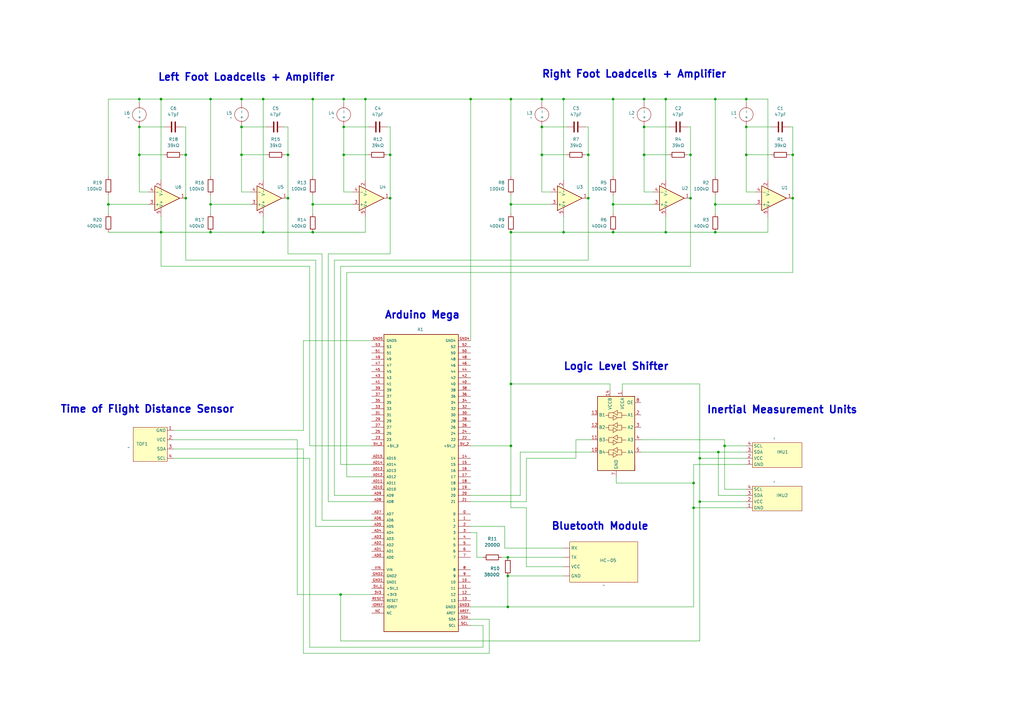
<source format=kicad_sch>
(kicad_sch (version 20250114) (generator "eeschema") (generator_version "9.0")
  (paper "A3")
  (title_block (title "Full Schematic") (date "2025-05-02") (rev "2"))
  (lib_symbols
    (symbol "Amplifier_Operational:LMH6609MF" (pin_names (offset 0.127))
      (property "Reference" "U" (at -1.27 6.35 0))
      (property "Value" "LMH6609MF" (at -1.27 3.81 0))
      (symbol "LMH6609MF_0_1"
        (polyline (pts (xy -5.08 5.08) (xy 5.08 0) (xy -5.08 -5.08) (xy -5.08 5.08)) (stroke (width 0.254)) (fill (type background)))
        (pin power_in line (at -2.54 7.62 270) (length 3.81) (name "V+") (number "5"))
        (pin power_in line (at -2.54 -7.62 90) (length 3.81) (name "V-") (number "2"))
      )
      (symbol "LMH6609MF_1_1"
        (pin input line (at -7.62 2.54 0) (length 2.54) (name "+") (number "3"))
        (pin input line (at -7.62 -2.54 0) (length 2.54) (name "-") (number "4"))
        (pin output line (at 7.62 0 180) (length 2.54) (name "~") (number "1"))
      )
    )
    (symbol "Arduino Mega:A000067" (pin_names (offset 1.016))
      (property "Reference" "A" (at -15.24 61.595 0))
      (property "Value" "A000067" (at -15.24 -63.5 0))
      (symbol "A000067_0_0"
        (rectangle (start -15.24 -60.96) (end 15.24 60.96) (stroke (width 0.254)) (fill (type background)))
        (pin passive line (at -20.32 53.34 0) (length 5.08) (name "NC") (number "NC"))
        (pin passive line (at -20.32 50.8 0) (length 5.08) (name "IOREF") (number "IOREF"))
        (pin passive line (at -20.32 48.26 0) (length 5.08) (name "RESET") (number "RESET"))
        (pin passive line (at -20.32 45.72 0) (length 5.08) (name "+3V3") (number "3V3"))
        (pin passive line (at -20.32 43.18 0) (length 5.08) (name "+5V_1") (number "5V_1"))
        (pin passive line (at -20.32 40.64 0) (length 5.08) (name "GND1") (number "GND1"))
        (pin passive line (at -20.32 38.1 0) (length 5.08) (name "GND2") (number "GND2"))
        (pin passive line (at -20.32 35.56 0) (length 5.08) (name "VIN") (number "VIN"))
        (pin passive line (at -20.32 30.48 0) (length 5.08) (name "AD0") (number "AD0"))
        (pin passive line (at -20.32 27.94 0) (length 5.08) (name "AD1") (number "AD1"))
        (pin passive line (at -20.32 25.4 0) (length 5.08) (name "AD2") (number "AD2"))
        (pin passive line (at -20.32 22.86 0) (length 5.08) (name "AD3") (number "AD3"))
        (pin passive line (at -20.32 20.32 0) (length 5.08) (name "AD4") (number "AD4"))
        (pin passive line (at -20.32 17.78 0) (length 5.08) (name "AD5") (number "AD5"))
        (pin passive line (at -20.32 15.24 0) (length 5.08) (name "AD6") (number "AD6"))
        (pin passive line (at -20.32 12.7 0) (length 5.08) (name "AD7") (number "AD7"))
        (pin passive line (at -20.32 7.62 0) (length 5.08) (name "AD8") (number "AD8"))
        (pin passive line (at -20.32 5.08 0) (length 5.08) (name "AD9") (number "AD9"))
        (pin passive line (at -20.32 2.54 0) (length 5.08) (name "AD10") (number "AD10"))
        (pin passive line (at -20.32 0 0) (length 5.08) (name "AD11") (number "AD11"))
        (pin passive line (at -20.32 -2.54 0) (length 5.08) (name "AD12") (number "AD12"))
        (pin passive line (at -20.32 -5.08 0) (length 5.08) (name "AD13") (number "AD13"))
        (pin passive line (at -20.32 -7.62 0) (length 5.08) (name "AD14") (number "AD14"))
        (pin passive line (at -20.32 -10.16 0) (length 5.08) (name "AD15") (number "AD15"))
        (pin passive line (at -20.32 -15.24 0) (length 5.08) (name "+5V_3") (number "5V_3"))
        (pin passive line (at -20.32 -17.78 0) (length 5.08) (name "23") (number "23"))
        (pin passive line (at -20.32 -20.32 0) (length 5.08) (name "25") (number "25"))
        (pin passive line (at -20.32 -22.86 0) (length 5.08) (name "27") (number "27"))
        (pin passive line (at -20.32 -25.4 0) (length 5.08) (name "29") (number "29"))
        (pin passive line (at -20.32 -27.94 0) (length 5.08) (name "31") (number "31"))
        (pin passive line (at -20.32 -30.48 0) (length 5.08) (name "33") (number "33"))
        (pin passive line (at -20.32 -33.02 0) (length 5.08) (name "35") (number "35"))
        (pin passive line (at -20.32 -35.56 0) (length 5.08) (name "37") (number "37"))
        (pin passive line (at -20.32 -38.1 0) (length 5.08) (name "39") (number "39"))
        (pin passive line (at -20.32 -40.64 0) (length 5.08) (name "41") (number "41"))
        (pin passive line (at -20.32 -43.18 0) (length 5.08) (name "43") (number "43"))
        (pin passive line (at -20.32 -45.72 0) (length 5.08) (name "45") (number "45"))
        (pin passive line (at -20.32 -48.26 0) (length 5.08) (name "47") (number "47"))
        (pin passive line (at -20.32 -50.8 0) (length 5.08) (name "49") (number "49"))
        (pin passive line (at -20.32 -53.34 0) (length 5.08) (name "51") (number "51"))
        (pin passive line (at -20.32 -55.88 0) (length 5.08) (name "53") (number "53"))
        (pin passive line (at -20.32 -58.42 0) (length 5.08) (name "GND5") (number "GND5"))
        (pin passive line (at 20.32 58.42 180) (length 5.08) (name "SCL") (number "SCL"))
        (pin passive line (at 20.32 55.88 180) (length 5.08) (name "SDA") (number "SDA"))
        (pin passive line (at 20.32 53.34 180) (length 5.08) (name "AREF") (number "AREF"))
        (pin passive line (at 20.32 50.8 180) (length 5.08) (name "GND3") (number "GND3"))
        (pin passive line (at 20.32 48.26 180) (length 5.08) (name "13") (number "13"))
        (pin passive line (at 20.32 45.72 180) (length 5.08) (name "12") (number "12"))
        (pin passive line (at 20.32 43.18 180) (length 5.08) (name "11") (number "11"))
        (pin passive line (at 20.32 40.64 180) (length 5.08) (name "10") (number "10"))
        (pin passive line (at 20.32 38.1 180) (length 5.08) (name "9") (number "9"))
        (pin passive line (at 20.32 35.56 180) (length 5.08) (name "8") (number "8"))
        (pin passive line (at 20.32 30.48 180) (length 5.08) (name "7") (number "7"))
        (pin passive line (at 20.32 27.94 180) (length 5.08) (name "6") (number "6"))
        (pin passive line (at 20.32 25.4 180) (length 5.08) (name "5") (number "5"))
        (pin passive line (at 20.32 22.86 180) (length 5.08) (name "4") (number "4"))
        (pin passive line (at 20.32 20.32 180) (length 5.08) (name "3") (number "3"))
        (pin passive line (at 20.32 17.78 180) (length 5.08) (name "2") (number "2"))
        (pin passive line (at 20.32 15.24 180) (length 5.08) (name "1") (number "1"))
        (pin passive line (at 20.32 12.7 180) (length 5.08) (name "0") (number "0"))
        (pin passive line (at 20.32 7.62 180) (length 5.08) (name "21") (number "21"))
        (pin passive line (at 20.32 5.08 180) (length 5.08) (name "20") (number "20"))
        (pin passive line (at 20.32 2.54 180) (length 5.08) (name "19") (number "19"))
        (pin passive line (at 20.32 0 180) (length 5.08) (name "18") (number "18"))
        (pin passive line (at 20.32 -2.54 180) (length 5.08) (name "17") (number "17"))
        (pin passive line (at 20.32 -5.08 180) (length 5.08) (name "16") (number "16"))
        (pin passive line (at 20.32 -7.62 180) (length 5.08) (name "15") (number "15"))
        (pin passive line (at 20.32 -10.16 180) (length 5.08) (name "14") (number "14"))
        (pin passive line (at 20.32 -15.24 180) (length 5.08) (name "+5V_2") (number "5V_2"))
        (pin passive line (at 20.32 -17.78 180) (length 5.08) (name "22") (number "22"))
        (pin passive line (at 20.32 -20.32 180) (length 5.08) (name "24") (number "24"))
        (pin passive line (at 20.32 -22.86 180) (length 5.08) (name "26") (number "26"))
        (pin passive line (at 20.32 -25.4 180) (length 5.08) (name "28") (number "28"))
        (pin passive line (at 20.32 -27.94 180) (length 5.08) (name "30") (number "30"))
        (pin passive line (at 20.32 -30.48 180) (length 5.08) (name "32") (number "32"))
        (pin passive line (at 20.32 -33.02 180) (length 5.08) (name "34") (number "34"))
        (pin passive line (at 20.32 -35.56 180) (length 5.08) (name "36") (number "36"))
        (pin passive line (at 20.32 -38.1 180) (length 5.08) (name "38") (number "38"))
        (pin passive line (at 20.32 -40.64 180) (length 5.08) (name "40") (number "40"))
        (pin passive line (at 20.32 -43.18 180) (length 5.08) (name "42") (number "42"))
        (pin passive line (at 20.32 -45.72 180) (length 5.08) (name "44") (number "44"))
        (pin passive line (at 20.32 -48.26 180) (length 5.08) (name "46") (number "46"))
        (pin passive line (at 20.32 -50.8 180) (length 5.08) (name "48") (number "48"))
        (pin passive line (at 20.32 -53.34 180) (length 5.08) (name "50") (number "50"))
        (pin passive line (at 20.32 -55.88 180) (length 5.08) (name "52") (number "52"))
        (pin passive line (at 20.32 -58.42 180) (length 5.08) (name "GND4") (number "GND4"))
      )
    )
    (symbol "Device:C" (pin_numbers (hide yes)) (pin_names (offset 0.254))
      (property "Reference" "C" (at 0.635 2.54 0))
      (property "Value" "C" (at 0.635 -2.54 0))
      (symbol "C_0_1"
        (polyline (pts (xy -2.032 0.762) (xy 2.032 0.762)) (stroke (width 0.508)))
        (polyline (pts (xy -2.032 -0.762) (xy 2.032 -0.762)) (stroke (width 0.508)))
      )
      (symbol "C_1_1"
        (pin passive line (at 0 3.81 270) (length 2.794) (name "~") (number "1"))
        (pin passive line (at 0 -3.81 90) (length 2.794) (name "~") (number "2"))
      )
    )
    (symbol "Device:R" (pin_numbers (hide yes)) (pin_names (offset 0))
      (property "Reference" "R" (at 2.032 0 90))
      (property "Value" "R" (at 0 0 90))
      (symbol "R_0_1"
        (rectangle (start -1.016 -2.54) (end 1.016 2.54) (stroke (width 0.254)))
      )
      (symbol "R_1_1"
        (pin passive line (at 0 3.81 270) (length 1.27) (name "~") (number "1"))
        (pin passive line (at 0 -3.81 90) (length 1.27) (name "~") (number "2"))
      )
    )
    (symbol "Logic_LevelTranslator:TXB0104PW"
      (property "Reference" "U" (at -6.35 16.51 0))
      (property "Value" "TXB0104PW" (at 3.81 16.51 0))
      (symbol "TXB0104PW_0_1"
        (rectangle (start -7.62 15.24) (end 7.62 -15.24) (stroke (width 0.254)) (fill (type background)))
        (rectangle (start -7.62 -15.24) (end -7.62 -12.7) (stroke (width 0.254)))
        (polyline (pts (xy -2.286 7.493) (xy -2.286 8.509) (xy -0.508 8.509)))
        (polyline (pts (xy -2.286 2.413) (xy -2.286 3.429) (xy -0.508 3.429)))
        (polyline (pts (xy -2.286 -2.667) (xy -2.286 -1.651) (xy -0.508 -1.651)))
        (polyline (pts (xy -2.286 -7.747) (xy -2.286 -6.731) (xy -0.508 -6.731)))
        (polyline (pts (xy -0.508 6.477) (xy -2.286 6.477) (xy -2.286 7.493) (xy -4.318 7.493)))
        (polyline (pts (xy -0.508 6.477) (xy 1.27 7.493) (xy 1.27 5.461) (xy -0.508 6.477)))
        (polyline (pts (xy -0.508 1.397) (xy -2.286 1.397) (xy -2.286 2.413) (xy -4.064 2.413)))
        (polyline (pts (xy -0.508 1.397) (xy 1.27 2.413) (xy 1.27 0.381) (xy -0.508 1.397)))
        (polyline (pts (xy -0.508 -3.683) (xy -2.286 -3.683) (xy -2.286 -2.667) (xy -4.064 -2.667)))
        (polyline (pts (xy -0.508 -3.683) (xy 1.27 -2.667) (xy 1.27 -4.699) (xy -0.508 -3.683)))
        (polyline (pts (xy -0.508 -8.763) (xy -2.286 -8.763) (xy -2.286 -7.747) (xy -4.064 -7.747)))
        (polyline (pts (xy -0.508 -8.763) (xy 1.27 -7.747) (xy 1.27 -9.779) (xy -0.508 -8.763)))
        (polyline (pts (xy 1.27 8.509) (xy -0.508 7.493) (xy -0.508 9.525) (xy 1.27 8.509)))
        (polyline (pts (xy 1.27 8.509) (xy 3.048 8.509) (xy 3.048 7.493) (xy 4.318 7.493)))
        (polyline (pts (xy 1.27 3.429) (xy -0.508 2.413) (xy -0.508 4.445) (xy 1.27 3.429)))
        (polyline (pts (xy 1.27 3.429) (xy 3.048 3.429) (xy 3.048 2.413) (xy 4.318 2.413)))
        (polyline (pts (xy 1.27 -1.651) (xy -0.508 -2.667) (xy -0.508 -0.635) (xy 1.27 -1.651)))
        (polyline (pts (xy 1.27 -1.651) (xy 3.048 -1.651) (xy 3.048 -2.667) (xy 4.318 -2.667)))
        (polyline (pts (xy 1.27 -6.731) (xy -0.508 -7.747) (xy -0.508 -5.715) (xy 1.27 -6.731)))
        (polyline (pts (xy 1.27 -6.731) (xy 3.048 -6.731) (xy 3.048 -7.747) (xy 4.318 -7.747)))
        (polyline (pts (xy 3.048 7.493) (xy 3.048 6.477) (xy 1.27 6.477)))
        (polyline (pts (xy 3.048 2.413) (xy 3.048 1.397) (xy 1.27 1.397)))
        (polyline (pts (xy 3.048 -2.667) (xy 3.048 -3.683) (xy 1.27 -3.683)))
        (polyline (pts (xy 3.048 -7.747) (xy 3.048 -8.763) (xy 1.27 -8.763)))
      )
      (symbol "TXB0104PW_1_1"
        (pin input line (at -10.16 12.7 0) (length 2.54) (name "OE") (number "8"))
        (pin bidirectional line (at -10.16 7.62 0) (length 2.54) (name "A1") (number "2"))
        (pin bidirectional line (at -10.16 2.54 0) (length 2.54) (name "A2") (number "3"))
        (pin bidirectional line (at -10.16 -2.54 0) (length 2.54) (name "A3") (number "4"))
        (pin bidirectional line (at -10.16 -7.62 0) (length 2.54) (name "A4") (number "5"))
        (pin no_connect line (at -7.62 -12.7 0) (length 2.54) (hide yes) (name "NC") (number "6"))
        (pin power_in line (at -2.54 17.78 270) (length 2.54) (name "VCCA") (number "1"))
        (pin power_in line (at 0 -17.78 90) (length 2.54) (name "GND") (number "7"))
        (pin power_in line (at 2.54 17.78 270) (length 2.54) (name "VCCB") (number "14"))
        (pin no_connect line (at 7.62 -12.7 180) (length 2.54) (hide yes) (name "NC") (number "9"))
        (pin bidirectional line (at 10.16 7.62 180) (length 2.54) (name "B1") (number "13"))
        (pin bidirectional line (at 10.16 2.54 180) (length 2.54) (name "B2") (number "12"))
        (pin bidirectional line (at 10.16 -2.54 180) (length 2.54) (name "B3") (number "11"))
        (pin bidirectional line (at 10.16 -7.62 180) (length 2.54) (name "B4") (number "10"))
      )
    )
    (symbol "ProjectSymbols:Bluetooth_Module_HC-05"
      (property "Reference" "HC-05" (at -0.762 -1.778 0))
      (symbol "Bluetooth_Module_HC-05_1_1"
        (rectangle (start -8.89 12.7) (end 7.62 -15.24) (fill (type background)))
        (pin passive line (at -6.35 -17.78 90) (length 2.54) (name "RX") (number ""))
        (pin passive line (at -2.54 -17.78 90) (length 2.54) (name "TX") (number ""))
        (pin power_in line (at 1.27 -17.78 90) (length 2.54) (name "VCC") (number ""))
        (pin passive line (at 5.08 -17.78 90) (length 2.54) (name "GND") (number ""))
      )
    )
    (symbol "ProjectSymbols:Grove IMU 9DOF"
      (property "Reference" "IMU" (at 0 2.794 0))
      (symbol "Grove IMU 9DOF_1_1"
        (rectangle (start -5.08 10.16) (end 5.08 -10.16) (fill (type background)))
        (pin passive line (at -3.81 -12.7 90) (length 2.54) (name "GND") (number "1"))
        (pin power_in line (at -1.27 -12.7 90) (length 2.54) (name "VCC") (number "2"))
        (pin output line (at 1.27 -12.7 90) (length 2.54) (name "SDA") (number "3"))
        (pin input line (at 3.81 -12.7 90) (length 2.54) (name "SCL") (number "4"))
      )
    )
    (symbol "ProjectSymbols:Time_of_Flight_Distance_Sensor_VL53L0X"
      (property "Reference" "TOF" (at 0.508 0.762 0))
      (symbol "Time_of_Flight_Distance_Sensor_VL53L0X_1_1"
        (rectangle (start -6.35 7.62) (end 7.62 -6.35) (fill (type background)))
        (pin passive line (at -5.08 -8.89 90) (length 2.54) (name "GND") (number "1"))
        (pin power_in line (at -1.27 -8.89 90) (length 2.54) (name "VCC") (number "2"))
        (pin output line (at 2.54 -8.89 90) (length 2.54) (name "SDA") (number "3"))
        (pin input line (at 6.35 -8.89 90) (length 2.54) (name "SCL") (number "4"))
      )
    )
    (symbol "Strain Gauge A301-25_1"
      (property "Reference" "L" (at -1.27 0 0))
      (symbol "Strain Gauge A301-25_1_0_1"
        (circle (center 0 0) (radius 2.8398))
      )
      (symbol "Strain Gauge A301-25_1_1_1"
        (pin passive line (at 0 5.08 270) (length 2.54) (name "-") (number ""))
        (pin passive line (at 0 -5.08 90) (length 2.54) (name "+") (number ""))
      )
    )
    (symbol "Strain Gauge A301-25_2"
      (property "Reference" "L" (at -1.27 0 0))
      (symbol "Strain Gauge A301-25_2_0_1"
        (circle (center 0 0) (radius 2.8398))
      )
      (symbol "Strain Gauge A301-25_2_1_1"
        (pin passive line (at 0 5.08 270) (length 2.54) (name "-") (number ""))
        (pin passive line (at 0 -5.08 90) (length 2.54) (name "+") (number ""))
      )
    )
    (symbol "Strain Gauge A301-25_3"
      (property "Reference" "L" (at -1.27 0 0))
      (symbol "Strain Gauge A301-25_3_0_1"
        (circle (center 0 0) (radius 2.8398))
      )
      (symbol "Strain Gauge A301-25_3_1_1"
        (pin passive line (at 0 5.08 270) (length 2.54) (name "-") (number ""))
        (pin passive line (at 0 -5.08 90) (length 2.54) (name "+") (number ""))
      )
    )
    (symbol "Strain Gauge A301-25_4"
      (property "Reference" "L" (at -1.27 0 0))
      (symbol "Strain Gauge A301-25_4_0_1"
        (circle (center 0 0) (radius 2.8398))
      )
      (symbol "Strain Gauge A301-25_4_1_1"
        (pin passive line (at 0 5.08 270) (length 2.54) (name "-") (number ""))
        (pin passive line (at 0 -5.08 90) (length 2.54) (name "+") (number ""))
      )
    )
    (symbol "Strain Gauge A301-25_5"
      (property "Reference" "L" (at -1.27 0 0))
      (symbol "Strain Gauge A301-25_5_0_1"
        (circle (center 0 0) (radius 2.8398))
      )
      (symbol "Strain Gauge A301-25_5_1_1"
        (pin passive line (at 0 5.08 270) (length 2.54) (name "-") (number ""))
        (pin passive line (at 0 -5.08 90) (length 2.54) (name "+") (number ""))
      )
    )
    (symbol "Strain Gauge A301-25_6"
      (property "Reference" "L" (at -1.27 0 0))
      (symbol "Strain Gauge A301-25_6_0_1"
        (circle (center 0 0) (radius 2.8398))
      )
      (symbol "Strain Gauge A301-25_6_1_1"
        (pin passive line (at 0 5.08 270) (length 2.54) (name "-") (number ""))
        (pin passive line (at 0 -5.08 90) (length 2.54) (name "+") (number ""))
      )
    )
  )
  (text "Logic Level Shifter" (at 252.73 150.368 0) (effects (font (size 3 3) (thickness 0.6) (bold yes))))
  (text "Time of Flight Distance Sensor" (at 60.452 167.894 0) (effects (font (size 3 3) (thickness 0.6) (bold yes))))
  (text "Arduino Mega" (at 173.228 129.286 0) (effects (font (size 3 3) (thickness 0.6) (bold yes))))
  (text "Bluetooth Module" (at 246.126 215.9 0) (effects (font (size 3 3) (thickness 0.6) (bold yes))))
  (text "Inertial Measurement Units" (at 320.802 168.148 0) (effects (font (size 3 3) (thickness 0.6) (bold yes))))
  (text "Left Foot Loadcells + Amplifier" (at 101.092 31.75 0) (effects (font (size 3 3) (thickness 0.6) (bold yes))))
  (text "Right Foot Loadcells + Amplifier" (at 260.096 30.48 0) (effects (font (size 3 3) (thickness 0.6) (bold yes))))
  (junction (at 264.16 63.5))
  (junction (at 293.37 40.64))
  (junction (at 209.55 95.25))
  (junction (at 208.28 228.6))
  (junction (at 283.21 63.5))
  (junction (at 222.25 63.5))
  (junction (at 294.64 185.42))
  (junction (at 140.97 40.64))
  (junction (at 231.14 95.25))
  (junction (at 264.16 52.07))
  (junction (at 76.2 81.28))
  (junction (at 57.15 52.07))
  (junction (at 86.36 40.64))
  (junction (at 241.3 63.5))
  (junction (at 128.27 40.64))
  (junction (at 66.04 95.25))
  (junction (at 306.07 52.07))
  (junction (at 231.14 40.64))
  (junction (at 44.45 83.82))
  (junction (at 222.25 52.07))
  (junction (at 306.07 40.64))
  (junction (at 139.7 243.84))
  (junction (at 99.06 40.64))
  (junction (at 325.12 63.5))
  (junction (at 193.04 40.64))
  (junction (at 57.15 63.5))
  (junction (at 209.55 182.88))
  (junction (at 76.2 63.5))
  (junction (at 287.02 205.74))
  (junction (at 251.46 83.82))
  (junction (at 107.95 95.25))
  (junction (at 118.11 63.5))
  (junction (at 251.46 40.64))
  (junction (at 284.48 208.28))
  (junction (at 273.05 95.25))
  (junction (at 222.25 40.64))
  (junction (at 283.21 81.28))
  (junction (at 241.3 81.28))
  (junction (at 208.28 248.92))
  (junction (at 99.06 63.5))
  (junction (at 86.36 83.82))
  (junction (at 209.55 40.64))
  (junction (at 264.16 40.64))
  (junction (at 57.15 40.64))
  (junction (at 140.97 63.5))
  (junction (at 99.06 52.07))
  (junction (at 209.55 83.82))
  (junction (at 118.11 81.28))
  (junction (at 273.05 40.64))
  (junction (at 251.46 95.25))
  (junction (at 149.86 40.64))
  (junction (at 287.02 187.96))
  (junction (at 128.27 83.82))
  (junction (at 107.95 40.64))
  (junction (at 86.36 95.25))
  (junction (at 306.07 63.5))
  (junction (at 128.27 95.25))
  (junction (at 325.12 81.28))
  (junction (at 209.55 157.48))
  (junction (at 160.02 63.5))
  (junction (at 293.37 83.82))
  (junction (at 297.18 182.88))
  (junction (at 293.37 95.25))
  (junction (at 208.28 236.22))
  (junction (at 140.97 52.07))
  (junction (at 284.48 198.12))
  (junction (at 66.04 40.64))
  (junction (at 160.02 81.28))
  (wire (pts (xy 129.54 215.9) (xy 152.4 215.9)))
  (wire (pts (xy 149.86 95.25) (xy 128.27 95.25)))
  (wire (pts (xy 200.66 254) (xy 193.04 254)))
  (wire (pts (xy 66.04 73.66) (xy 66.04 40.64)))
  (wire (pts (xy 273.05 73.66) (xy 273.05 40.64)))
  (wire (pts (xy 222.25 63.5) (xy 232.41 63.5)))
  (wire (pts (xy 86.36 83.82) (xy 86.36 80.01)))
  (wire (pts (xy 314.96 95.25) (xy 293.37 95.25)))
  (wire (pts (xy 287.02 187.96) (xy 287.02 157.48)))
  (wire (pts (xy 139.7 243.84) (xy 139.7 262.89)))
  (wire (pts (xy 121.92 243.84) (xy 139.7 243.84)))
  (wire (pts (xy 66.04 88.9) (xy 66.04 95.25)))
  (wire (pts (xy 71.12 187.96) (xy 127 187.96)))
  (wire (pts (xy 118.11 104.14) (xy 118.11 81.28)))
  (wire (pts (xy 127 109.22) (xy 127 182.88)))
  (wire (pts (xy 44.45 83.82) (xy 44.45 80.01)))
  (wire (pts (xy 208.28 236.22) (xy 208.28 248.92)))
  (wire (pts (xy 57.15 40.64) (xy 57.15 41.91)))
  (wire (pts (xy 215.9 187.96) (xy 215.9 205.74)))
  (wire (pts (xy 74.93 63.5) (xy 76.2 63.5)))
  (wire (pts (xy 44.45 72.39) (xy 44.45 40.64)))
  (wire (pts (xy 158.75 63.5) (xy 160.02 63.5)))
  (wire (pts (xy 281.94 63.5) (xy 283.21 63.5)))
  (wire (pts (xy 231.14 232.41) (xy 215.9 232.41)))
  (wire (pts (xy 66.04 40.64) (xy 86.36 40.64)))
  (wire (pts (xy 222.25 40.64) (xy 209.55 40.64)))
  (wire (pts (xy 195.58 218.44) (xy 193.04 218.44)))
  (wire (pts (xy 200.66 267.97) (xy 200.66 254)))
  (wire (pts (xy 264.16 63.5) (xy 274.32 63.5)))
  (wire (pts (xy 134.62 104.14) (xy 134.62 205.74)))
  (wire (pts (xy 107.95 95.25) (xy 86.36 95.25)))
  (wire (pts (xy 283.21 81.28) (xy 283.21 63.5)))
  (wire (pts (xy 231.14 40.64) (xy 251.46 40.64)))
  (wire (pts (xy 213.36 203.2) (xy 213.36 185.42)))
  (wire (pts (xy 67.31 52.07) (xy 57.15 52.07)))
  (wire (pts (xy 293.37 83.82) (xy 293.37 80.01)))
  (wire (pts (xy 116.84 63.5) (xy 118.11 63.5)))
  (wire (pts (xy 222.25 40.64) (xy 222.25 41.91)))
  (wire (pts (xy 294.64 185.42) (xy 294.64 203.2)))
  (wire (pts (xy 44.45 83.82) (xy 60.96 83.82)))
  (wire (pts (xy 264.16 40.64) (xy 264.16 41.91)))
  (wire (pts (xy 231.14 40.64) (xy 222.25 40.64)))
  (wire (pts (xy 86.36 72.39) (xy 86.36 40.64)))
  (wire (pts (xy 158.75 52.07) (xy 160.02 52.07)))
  (wire (pts (xy 193.04 203.2) (xy 213.36 203.2)))
  (wire (pts (xy 71.12 180.34) (xy 121.92 180.34)))
  (wire (pts (xy 149.86 40.64) (xy 140.97 40.64)))
  (wire (pts (xy 306.07 182.88) (xy 297.18 182.88)))
  (wire (pts (xy 128.27 72.39) (xy 128.27 40.64)))
  (wire (pts (xy 99.06 52.07) (xy 99.06 63.5)))
  (wire (pts (xy 273.05 40.64) (xy 264.16 40.64)))
  (wire (pts (xy 297.18 180.34) (xy 262.89 180.34)))
  (wire (pts (xy 236.22 187.96) (xy 215.9 187.96)))
  (wire (pts (xy 66.04 109.22) (xy 127 109.22)))
  (wire (pts (xy 284.48 208.28) (xy 284.48 248.92)))
  (wire (pts (xy 207.01 224.79) (xy 207.01 215.9)))
  (wire (pts (xy 273.05 95.25) (xy 293.37 95.25)))
  (wire (pts (xy 284.48 198.12) (xy 252.73 198.12)))
  (wire (pts (xy 124.46 176.53) (xy 124.46 139.7)))
  (wire (pts (xy 222.25 63.5) (xy 222.25 52.07)))
  (wire (pts (xy 209.55 208.28) (xy 215.9 208.28)))
  (wire (pts (xy 151.13 52.07) (xy 140.97 52.07)))
  (wire (pts (xy 198.12 256.54) (xy 193.04 256.54)))
  (wire (pts (xy 250.19 160.02) (xy 250.19 157.48)))
  (wire (pts (xy 57.15 40.64) (xy 44.45 40.64)))
  (wire (pts (xy 283.21 109.22) (xy 283.21 81.28)))
  (wire (pts (xy 132.08 104.14) (xy 118.11 104.14)))
  (wire (pts (xy 116.84 52.07) (xy 118.11 52.07)))
  (wire (pts (xy 149.86 73.66) (xy 149.86 40.64)))
  (wire (pts (xy 140.97 63.5) (xy 151.13 63.5)))
  (wire (pts (xy 323.85 52.07) (xy 325.12 52.07)))
  (wire (pts (xy 195.58 228.6) (xy 198.12 228.6)))
  (wire (pts (xy 140.97 78.74) (xy 144.78 78.74)))
  (wire (pts (xy 306.07 187.96) (xy 287.02 187.96)))
  (wire (pts (xy 76.2 106.68) (xy 76.2 81.28)))
  (wire (pts (xy 129.54 106.68) (xy 129.54 215.9)))
  (wire (pts (xy 231.14 95.25) (xy 251.46 95.25)))
  (wire (pts (xy 99.06 78.74) (xy 102.87 78.74)))
  (wire (pts (xy 240.03 52.07) (xy 241.3 52.07)))
  (wire (pts (xy 129.54 106.68) (xy 76.2 106.68)))
  (wire (pts (xy 323.85 63.5) (xy 325.12 63.5)))
  (wire (pts (xy 142.24 111.76) (xy 142.24 195.58)))
  (wire (pts (xy 264.16 52.07) (xy 264.16 63.5)))
  (wire (pts (xy 139.7 109.22) (xy 283.21 109.22)))
  (wire (pts (xy 215.9 232.41) (xy 215.9 208.28)))
  (wire (pts (xy 193.04 40.64) (xy 149.86 40.64)))
  (wire (pts (xy 86.36 83.82) (xy 102.87 83.82)))
  (wire (pts (xy 231.14 228.6) (xy 208.28 228.6)))
  (wire (pts (xy 264.16 40.64) (xy 251.46 40.64)))
  (wire (pts (xy 287.02 157.48) (xy 255.27 157.48)))
  (wire (pts (xy 109.22 52.07) (xy 99.06 52.07)))
  (wire (pts (xy 252.73 195.58) (xy 252.73 198.12)))
  (wire (pts (xy 118.11 63.5) (xy 118.11 52.07)))
  (wire (pts (xy 140.97 78.74) (xy 140.97 63.5)))
  (wire (pts (xy 209.55 95.25) (xy 209.55 157.48)))
  (wire (pts (xy 57.15 78.74) (xy 60.96 78.74)))
  (wire (pts (xy 209.55 40.64) (xy 193.04 40.64)))
  (wire (pts (xy 306.07 40.64) (xy 293.37 40.64)))
  (wire (pts (xy 222.25 78.74) (xy 226.06 78.74)))
  (wire (pts (xy 139.7 109.22) (xy 139.7 190.5)))
  (wire (pts (xy 71.12 184.15) (xy 124.46 184.15)))
  (wire (pts (xy 160.02 63.5) (xy 160.02 52.07)))
  (wire (pts (xy 209.55 157.48) (xy 209.55 182.88)))
  (wire (pts (xy 316.23 52.07) (xy 306.07 52.07)))
  (wire (pts (xy 273.05 88.9) (xy 273.05 95.25)))
  (wire (pts (xy 297.18 182.88) (xy 297.18 200.66)))
  (wire (pts (xy 195.58 228.6) (xy 195.58 218.44)))
  (wire (pts (xy 314.96 88.9) (xy 314.96 95.25)))
  (wire (pts (xy 127 265.43) (xy 198.12 265.43)))
  (wire (pts (xy 208.28 248.92) (xy 193.04 248.92)))
  (wire (pts (xy 306.07 52.07) (xy 306.07 63.5)))
  (wire (pts (xy 293.37 72.39) (xy 293.37 40.64)))
  (wire (pts (xy 137.16 106.68) (xy 241.3 106.68)))
  (wire (pts (xy 107.95 88.9) (xy 107.95 95.25)))
  (wire (pts (xy 142.24 111.76) (xy 325.12 111.76)))
  (wire (pts (xy 251.46 83.82) (xy 267.97 83.82)))
  (wire (pts (xy 99.06 63.5) (xy 109.22 63.5)))
  (wire (pts (xy 124.46 267.97) (xy 200.66 267.97)))
  (wire (pts (xy 128.27 95.25) (xy 107.95 95.25)))
  (wire (pts (xy 297.18 200.66) (xy 306.07 200.66)))
  (wire (pts (xy 107.95 40.64) (xy 99.06 40.64)))
  (wire (pts (xy 306.07 185.42) (xy 294.64 185.42)))
  (wire (pts (xy 76.2 81.28) (xy 76.2 63.5)))
  (wire (pts (xy 132.08 104.14) (xy 132.08 213.36)))
  (wire (pts (xy 306.07 40.64) (xy 306.07 41.91)))
  (wire (pts (xy 281.94 52.07) (xy 283.21 52.07)))
  (wire (pts (xy 137.16 106.68) (xy 137.16 203.2)))
  (wire (pts (xy 314.96 73.66) (xy 314.96 40.64)))
  (wire (pts (xy 250.19 157.48) (xy 209.55 157.48)))
  (wire (pts (xy 107.95 73.66) (xy 107.95 40.64)))
  (wire (pts (xy 306.07 78.74) (xy 309.88 78.74)))
  (wire (pts (xy 264.16 78.74) (xy 267.97 78.74)))
  (wire (pts (xy 284.48 190.5) (xy 284.48 198.12)))
  (wire (pts (xy 152.4 182.88) (xy 127 182.88)))
  (wire (pts (xy 284.48 248.92) (xy 208.28 248.92)))
  (wire (pts (xy 134.62 104.14) (xy 160.02 104.14)))
  (wire (pts (xy 121.92 180.34) (xy 121.92 243.84)))
  (wire (pts (xy 209.55 72.39) (xy 209.55 40.64)))
  (wire (pts (xy 193.04 139.7) (xy 193.04 40.64)))
  (wire (pts (xy 160.02 104.14) (xy 160.02 81.28)))
  (wire (pts (xy 325.12 63.5) (xy 325.12 52.07)))
  (wire (pts (xy 152.4 243.84) (xy 139.7 243.84)))
  (wire (pts (xy 66.04 95.25) (xy 44.45 95.25)))
  (wire (pts (xy 139.7 262.89) (xy 287.02 262.89)))
  (wire (pts (xy 274.32 52.07) (xy 264.16 52.07)))
  (wire (pts (xy 297.18 180.34) (xy 297.18 182.88)))
  (wire (pts (xy 251.46 83.82) (xy 251.46 80.01)))
  (wire (pts (xy 231.14 73.66) (xy 231.14 40.64)))
  (wire (pts (xy 74.93 52.07) (xy 76.2 52.07)))
  (wire (pts (xy 306.07 78.74) (xy 306.07 63.5)))
  (wire (pts (xy 124.46 184.15) (xy 124.46 267.97)))
  (wire (pts (xy 325.12 111.76) (xy 325.12 81.28)))
  (wire (pts (xy 273.05 95.25) (xy 251.46 95.25)))
  (wire (pts (xy 128.27 87.63) (xy 128.27 83.82)))
  (wire (pts (xy 139.7 190.5) (xy 152.4 190.5)))
  (wire (pts (xy 57.15 78.74) (xy 57.15 63.5)))
  (wire (pts (xy 127 187.96) (xy 127 265.43)))
  (wire (pts (xy 306.07 208.28) (xy 284.48 208.28)))
  (wire (pts (xy 86.36 87.63) (xy 86.36 83.82)))
  (wire (pts (xy 209.55 83.82) (xy 209.55 80.01)))
  (wire (pts (xy 140.97 40.64) (xy 128.27 40.64)))
  (wire (pts (xy 208.28 228.6) (xy 205.74 228.6)))
  (wire (pts (xy 306.07 190.5) (xy 284.48 190.5)))
  (wire (pts (xy 140.97 40.64) (xy 140.97 41.91)))
  (wire (pts (xy 231.14 95.25) (xy 209.55 95.25)))
  (wire (pts (xy 264.16 78.74) (xy 264.16 63.5)))
  (wire (pts (xy 44.45 87.63) (xy 44.45 83.82)))
  (wire (pts (xy 283.21 63.5) (xy 283.21 52.07)))
  (wire (pts (xy 209.55 182.88) (xy 193.04 182.88)))
  (wire (pts (xy 57.15 63.5) (xy 57.15 52.07)))
  (wire (pts (xy 142.24 195.58) (xy 152.4 195.58)))
  (wire (pts (xy 231.14 88.9) (xy 231.14 95.25)))
  (wire (pts (xy 241.3 106.68) (xy 241.3 81.28)))
  (wire (pts (xy 293.37 83.82) (xy 309.88 83.82)))
  (wire (pts (xy 132.08 213.36) (xy 152.4 213.36)))
  (wire (pts (xy 325.12 81.28) (xy 325.12 63.5)))
  (wire (pts (xy 209.55 182.88) (xy 209.55 208.28)))
  (wire (pts (xy 294.64 185.42) (xy 262.89 185.42)))
  (wire (pts (xy 232.41 52.07) (xy 222.25 52.07)))
  (wire (pts (xy 99.06 40.64) (xy 99.06 41.91)))
  (wire (pts (xy 134.62 205.74) (xy 152.4 205.74)))
  (wire (pts (xy 149.86 88.9) (xy 149.86 95.25)))
  (wire (pts (xy 76.2 63.5) (xy 76.2 52.07)))
  (wire (pts (xy 273.05 40.64) (xy 293.37 40.64)))
  (wire (pts (xy 66.04 95.25) (xy 66.04 109.22)))
  (wire (pts (xy 66.04 40.64) (xy 57.15 40.64)))
  (wire (pts (xy 124.46 139.7) (xy 152.4 139.7)))
  (wire (pts (xy 137.16 203.2) (xy 152.4 203.2)))
  (wire (pts (xy 128.27 83.82) (xy 128.27 80.01)))
  (wire (pts (xy 251.46 87.63) (xy 251.46 83.82)))
  (wire (pts (xy 198.12 265.43) (xy 198.12 256.54)))
  (wire (pts (xy 287.02 205.74) (xy 287.02 262.89)))
  (wire (pts (xy 236.22 180.34) (xy 236.22 187.96)))
  (wire (pts (xy 207.01 215.9) (xy 193.04 215.9)))
  (wire (pts (xy 306.07 203.2) (xy 294.64 203.2)))
  (wire (pts (xy 209.55 83.82) (xy 226.06 83.82)))
  (wire (pts (xy 140.97 52.07) (xy 140.97 63.5)))
  (wire (pts (xy 118.11 81.28) (xy 118.11 63.5)))
  (wire (pts (xy 287.02 187.96) (xy 287.02 205.74)))
  (wire (pts (xy 57.15 63.5) (xy 67.31 63.5)))
  (wire (pts (xy 99.06 78.74) (xy 99.06 63.5)))
  (wire (pts (xy 241.3 81.28) (xy 241.3 63.5)))
  (wire (pts (xy 213.36 185.42) (xy 242.57 185.42)))
  (wire (pts (xy 209.55 87.63) (xy 209.55 83.82)))
  (wire (pts (xy 242.57 180.34) (xy 236.22 180.34)))
  (wire (pts (xy 241.3 63.5) (xy 241.3 52.07)))
  (wire (pts (xy 107.95 40.64) (xy 128.27 40.64)))
  (wire (pts (xy 255.27 157.48) (xy 255.27 160.02)))
  (wire (pts (xy 71.12 176.53) (xy 124.46 176.53)))
  (wire (pts (xy 284.48 198.12) (xy 284.48 208.28)))
  (wire (pts (xy 128.27 83.82) (xy 144.78 83.82)))
  (wire (pts (xy 231.14 236.22) (xy 208.28 236.22)))
  (wire (pts (xy 293.37 87.63) (xy 293.37 83.82)))
  (wire (pts (xy 215.9 205.74) (xy 193.04 205.74)))
  (wire (pts (xy 66.04 95.25) (xy 86.36 95.25)))
  (wire (pts (xy 251.46 72.39) (xy 251.46 40.64)))
  (wire (pts (xy 314.96 40.64) (xy 306.07 40.64)))
  (wire (pts (xy 222.25 78.74) (xy 222.25 63.5)))
  (wire (pts (xy 231.14 224.79) (xy 207.01 224.79)))
  (wire (pts (xy 99.06 40.64) (xy 86.36 40.64)))
  (wire (pts (xy 240.03 63.5) (xy 241.3 63.5)))
  (wire (pts (xy 306.07 63.5) (xy 316.23 63.5)))
  (wire (pts (xy 160.02 81.28) (xy 160.02 63.5)))
  (wire (pts (xy 306.07 205.74) (xy 287.02 205.74)))
  (symbol (lib_id "Device:R") (at 293.37 76.2 0) (mirror x) (unit 1)
    (property "Reference" "R2" (at 290.83 74.9299 0) (effects (justify right)))
    (property "Value" "100kΩ" (at 290.83 77.4699 0) (effects (justify right)))
    (property "Footprint" "Resistor_THT:R_Axial_DIN0204_L3.6mm_D1.6mm_P5.08mm_Horizontal" (effects (hide yes)))
    (property "Description" "Resistor" (effects (hide yes)))
  )
  (symbol (lib_id "Amplifier_Operational:LMH6609MF") (at 68.58 81.28 0) (mirror x) (unit 1)
    (property "Reference" "U6" (at 73.152 76.708 0))
    (property "Value" "LMH6609MF" (effects (hide yes)))
    (property "Footprint" "Package_TO_SOT_SMD:SOT-23-5" (effects (hide yes)))
    (property "Datasheet" "http://www.ti.com/lit/ds/symlink/lmh6609.pdf" (effects (hide yes)))
    (property "Description" "900MHz Voltage Feedback Op Amp, SOT-23-5" (effects (hide yes)))
  )
  (symbol (lib_id "Device:C") (at 278.13 52.07 90) (mirror x) (unit 1)
    (property "Reference" "C2" (at 278.13 44.45 90))
    (property "Value" "47pF" (at 278.13 46.99 90))
    (property "Footprint" "Capacitor_SMD:C_0402_1005Metric" (effects (hide yes)))
    (property "Description" "Unpolarized capacitor" (effects (hide yes)))
  )
  (symbol (lib_id "Device:R") (at 86.36 76.2 0) (mirror x) (unit 1)
    (property "Reference" "R16" (at 83.82 74.9299 0) (effects (justify right)))
    (property "Value" "100kΩ" (at 83.82 77.4699 0) (effects (justify right)))
    (property "Footprint" "Resistor_THT:R_Axial_DIN0204_L3.6mm_D1.6mm_P5.08mm_Horizontal" (effects (hide yes)))
    (property "Description" "Resistor" (effects (hide yes)))
  )
  (symbol (lib_id "Device:R") (at 86.36 91.44 0) (mirror x) (unit 1)
    (property "Reference" "R17" (at 83.82 90.1699 0) (effects (justify right)))
    (property "Value" "400kΩ" (at 83.82 92.7099 0) (effects (justify right)))
    (property "Footprint" "Resistor_SMD:R_0805_2012Metric" (effects (hide yes)))
    (property "Description" "Resistor" (effects (hide yes)))
  )
  (symbol (lib_id "Device:R") (at 209.55 91.44 0) (mirror x) (unit 1)
    (property "Reference" "R9" (at 207.01 90.1699 0) (effects (justify right)))
    (property "Value" "400kΩ" (at 207.01 92.7099 0) (effects (justify right)))
    (property "Footprint" "Resistor_THT:R_Axial_DIN0204_L3.6mm_D1.6mm_P5.08mm_Horizontal" (effects (hide yes)))
    (property "Description" "Resistor" (effects (hide yes)))
  )
  (symbol (lib_id "Amplifier_Operational:LMH6609MF") (at 152.4 81.28 0) (mirror x) (unit 1)
    (property "Reference" "U4" (at 156.972 76.708 0))
    (property "Value" "LMH6609MF" (effects (hide yes)))
    (property "Footprint" "Package_TO_SOT_SMD:SOT-23-5" (effects (hide yes)))
    (property "Datasheet" "http://www.ti.com/lit/ds/symlink/lmh6609.pdf" (effects (hide yes)))
    (property "Description" "900MHz Voltage Feedback Op Amp, SOT-23-5" (effects (hide yes)))
  )
  (symbol (lib_id "Amplifier_Operational:LMH6609MF") (at 233.68 81.28 0) (mirror x) (unit 1)
    (property "Reference" "U3" (at 237.744 76.708 0))
    (property "Value" "LMH6609MF" (effects (hide yes)))
    (property "Footprint" "Package_TO_SOT_SMD:SOT-23-5" (effects (hide yes)))
    (property "Datasheet" "http://www.ti.com/lit/ds/symlink/lmh6609.pdf" (effects (hide yes)))
    (property "Description" "900MHz Voltage Feedback Op Amp, SOT-23-5" (effects (hide yes)))
  )
  (symbol (lib_name "Strain Gauge A301-25_5") (lib_id "ProjectSymbols:Strain Gauge A301-25") (at 99.06 46.99 0) (mirror y) (unit 1)
    (property "Reference" "L5" (at 95.25 46.3549 0) (effects (justify left)))
    (property "Value" "~" (at 95.25 48.26 0) (effects (justify left)))
  )
  (symbol (lib_id "Device:R") (at 44.45 76.2 0) (mirror x) (unit 1)
    (property "Reference" "R19" (at 41.91 74.9299 0) (effects (justify right)))
    (property "Value" "100kΩ" (at 41.91 77.4699 0) (effects (justify right)))
    (property "Footprint" "Resistor_THT:R_Axial_DIN0204_L3.6mm_D1.6mm_P5.08mm_Horizontal" (effects (hide yes)))
    (property "Description" "Resistor" (effects (hide yes)))
  )
  (symbol (lib_name "Strain Gauge A301-25_6") (lib_id "ProjectSymbols:Strain Gauge A301-25") (at 57.15 46.99 0) (mirror y) (unit 1)
    (property "Reference" "L6" (at 53.34 46.3549 0) (effects (justify left)))
    (property "Value" "~" (at 53.34 48.26 0) (effects (justify left)))
  )
  (symbol (lib_id "Device:R") (at 113.03 63.5 270) (mirror x) (unit 1)
    (property "Reference" "R15" (at 113.03 57.15 90))
    (property "Value" "39kΩ" (at 113.03 59.69 90))
    (property "Footprint" "Resistor_THT:R_Axial_DIN0204_L3.6mm_D1.6mm_P5.08mm_Horizontal" (effects (hide yes)))
    (property "Description" "Resistor" (effects (hide yes)))
  )
  (symbol (lib_id "ProjectSymbols:Grove IMU 9DOF") (at 318.77 186.69 270) (mirror x) (unit 1)
    (property "Reference" "IMU1" (at 318.516 185.42 90) (effects (justify left)))
    (property "Value" "~" (at 317.5 180.34 0) (effects (justify left)))
  )
  (symbol (lib_id "Device:C") (at 154.94 52.07 90) (mirror x) (unit 1)
    (property "Reference" "C4" (at 154.94 44.45 90))
    (property "Value" "47pF" (at 154.94 46.99 90))
    (property "Footprint" "Capacitor_SMD:C_0402_1005Metric" (effects (hide yes)))
    (property "Description" "Unpolarized capacitor" (effects (hide yes)))
  )
  (symbol (lib_id "Device:R") (at 278.13 63.5 270) (mirror x) (unit 1)
    (property "Reference" "R4" (at 278.13 57.15 90))
    (property "Value" "39kΩ" (at 278.13 59.69 90))
    (property "Footprint" "Resistor_THT:R_Axial_DIN0204_L3.6mm_D1.6mm_P5.08mm_Horizontal" (effects (hide yes)))
    (property "Description" "Resistor" (effects (hide yes)))
  )
  (symbol (lib_id "Device:R") (at 201.93 228.6 270) (mirror x) (unit 1)
    (property "Reference" "R11" (at 201.93 220.98 90))
    (property "Value" "2000Ω" (at 201.93 223.52 90))
    (property "Footprint" "Resistor_THT:R_Axial_DIN0204_L3.6mm_D1.6mm_P5.08mm_Horizontal" (effects (hide yes)))
    (property "Description" "Resistor" (effects (hide yes)))
  )
  (symbol (lib_id "Device:R") (at 154.94 63.5 270) (mirror x) (unit 1)
    (property "Reference" "R12" (at 154.94 57.15 90))
    (property "Value" "39kΩ" (at 154.94 59.69 90))
    (property "Footprint" "Resistor_THT:R_Axial_DIN0204_L3.6mm_D1.6mm_P5.08mm_Horizontal" (effects (hide yes)))
    (property "Description" "Resistor" (effects (hide yes)))
  )
  (symbol (lib_id "Arduino Mega:A000067") (at 172.72 198.12 0) (mirror x) (unit 1)
    (property "Reference" "A1" (at 172.466 135.128 0))
    (property "Value" "Arduino Mega" (effects (hide yes)))
    (property "Footprint" "A000067:ARDUINO_A000067" (effects (hide yes)))
    (property "MF" "Arduino" (effects (hide yes)))
    (property "DESCRIPTION" "Dev.kit: Arduino; SPI, TWI, UART; ICSP, USB B, pin strips, supply" (effects (hide yes)))
    (property "PACKAGE" "None" (effects (hide yes)))
    (property "PRICE" "None" (effects (hide yes)))
    (property "Package" "Non-Standard Arduino" (effects (hide yes)))
    (property "Check_prices" "https://www.snapeda.com/parts/Arduino%20Mega%202560%20Rev3/Arduino/view-part/?ref=eda" (effects (hide yes)))
    (property "Price" "None" (effects (hide yes)))
    (property "SnapEDA_Link" "https://www.snapeda.com/parts/Arduino%20Mega%202560%20Rev3/Arduino/view-part/?ref=snap" (effects (hide yes)))
    (property "MP" "Arduino Mega 2560 Rev3" (effects (hide yes)))
    (property "Availability" "Not in stock" (effects (hide yes)))
    (property "AVAILABILITY" "Unavailable" (effects (hide yes)))
    (property "Description_1" "8-bit board with 54 digital pins, 16 analog inputs, and 4 serial ports." (effects (hide yes)))
  )
  (symbol (lib_id "Amplifier_Operational:LMH6609MF") (at 317.5 81.28 0) (mirror x) (unit 1)
    (property "Reference" "U1" (at 321.818 76.962 0))
    (property "Value" "LMH6609MF" (effects (hide yes)))
    (property "Footprint" "Package_TO_SOT_SMD:SOT-23-5" (effects (hide yes)))
    (property "Datasheet" "http://www.ti.com/lit/ds/symlink/lmh6609.pdf" (effects (hide yes)))
    (property "Description" "900MHz Voltage Feedback Op Amp, SOT-23-5" (effects (hide yes)))
  )
  (symbol (lib_id "Device:R") (at 44.45 91.44 0) (mirror x) (unit 1)
    (property "Reference" "R20" (at 41.91 90.1699 0) (effects (justify right)))
    (property "Value" "400kΩ" (at 41.91 92.7099 0) (effects (justify right)))
    (property "Footprint" "Resistor_THT:R_Axial_DIN0204_L3.6mm_D1.6mm_P5.08mm_Horizontal" (effects (hide yes)))
    (property "Description" "Resistor" (effects (hide yes)))
  )
  (symbol (lib_id "Amplifier_Operational:LMH6609MF") (at 110.49 81.28 0) (mirror x) (unit 1)
    (property "Reference" "U5" (at 115.062 76.708 0))
    (property "Value" "LMH6609MF" (effects (hide yes)))
    (property "Footprint" "Package_TO_SOT_SMD:SOT-23-5" (effects (hide yes)))
    (property "Datasheet" "http://www.ti.com/lit/ds/symlink/lmh6609.pdf" (effects (hide yes)))
    (property "Description" "900MHz Voltage Feedback Op Amp, SOT-23-5" (effects (hide yes)))
  )
  (symbol (lib_id "Device:C") (at 113.03 52.07 90) (mirror x) (unit 1)
    (property "Reference" "C5" (at 113.03 44.45 90))
    (property "Value" "47pF" (at 113.03 46.99 90))
    (property "Footprint" "Capacitor_SMD:C_0402_1005Metric" (effects (hide yes)))
    (property "Description" "Unpolarized capacitor" (effects (hide yes)))
  )
  (symbol (lib_id "Device:R") (at 208.28 232.41 0) (mirror x) (unit 1)
    (property "Reference" "R10" (at 204.978 233.172 0) (effects (justify right)))
    (property "Value" "3800Ω" (at 204.978 235.712 0) (effects (justify right)))
    (property "Footprint" "Resistor_THT:R_Axial_DIN0204_L3.6mm_D1.6mm_P5.08mm_Horizontal" (effects (hide yes)))
    (property "Description" "Resistor" (effects (hide yes)))
  )
  (symbol (lib_id "Device:C") (at 236.22 52.07 270) (mirror x) (unit 1)
    (property "Reference" "C3" (at 236.22 44.45 90))
    (property "Value" "47pF" (at 236.22 46.99 90))
    (property "Footprint" "Capacitor_SMD:C_0402_1005Metric" (effects (hide yes)))
    (property "Description" "Unpolarized capacitor" (effects (hide yes)))
  )
  (symbol (lib_id "Device:C") (at 71.12 52.07 270) (mirror x) (unit 1)
    (property "Reference" "C6" (at 71.12 44.45 90))
    (property "Value" "47pF" (at 71.12 46.99 90))
    (property "Footprint" "Capacitor_SMD:C_0402_1005Metric" (effects (hide yes)))
    (property "Description" "Unpolarized capacitor" (effects (hide yes)))
  )
  (symbol (lib_name "Strain Gauge A301-25_2") (lib_id "ProjectSymbols:Strain Gauge A301-25") (at 264.16 46.99 0) (mirror y) (unit 1)
    (property "Reference" "L2" (at 260.35 46.3549 0) (effects (justify left)))
    (property "Value" "~" (at 260.35 48.26 0) (effects (justify left)))
  )
  (symbol (lib_id "ProjectSymbols:Grove IMU 9DOF") (at 318.77 204.47 270) (mirror x) (unit 1)
    (property "Reference" "IMU2" (at 318.3889 203.2 90) (effects (justify left)))
    (property "Value" "~" (at 317.5 198.12 0) (effects (justify left)))
  )
  (symbol (lib_id "Device:R") (at 320.04 63.5 270) (mirror x) (unit 1)
    (property "Reference" "R1" (at 320.04 57.15 90))
    (property "Value" "39kΩ" (at 320.04 59.69 90))
    (property "Footprint" "Resistor_THT:R_Axial_DIN0204_L3.6mm_D1.6mm_P5.08mm_Horizontal" (effects (hide yes)))
    (property "Description" "Resistor" (effects (hide yes)))
  )
  (symbol (lib_id "Device:R") (at 128.27 76.2 0) (mirror x) (unit 1)
    (property "Reference" "R13" (at 125.73 74.9299 0) (effects (justify right)))
    (property "Value" "100kΩ" (at 125.73 77.4699 0) (effects (justify right)))
    (property "Footprint" "Resistor_THT:R_Axial_DIN0204_L3.6mm_D1.6mm_P5.08mm_Horizontal" (effects (hide yes)))
    (property "Description" "Resistor" (effects (hide yes)))
  )
  (symbol (lib_name "Strain Gauge A301-25_1") (lib_id "ProjectSymbols:Strain Gauge A301-25") (at 306.07 46.99 0) (mirror y) (unit 1)
    (property "Reference" "L1" (at 302.26 46.3549 0) (effects (justify left)))
    (property "Value" "~" (at 302.26 48.26 0) (effects (justify left)))
  )
  (symbol (lib_name "Strain Gauge A301-25_4") (lib_id "ProjectSymbols:Strain Gauge A301-25") (at 140.97 46.99 0) (mirror y) (unit 1)
    (property "Reference" "L4" (at 137.16 46.3549 0) (effects (justify left)))
    (property "Value" "~" (at 137.16 48.26 0) (effects (justify left)))
  )
  (symbol (lib_id "Device:R") (at 128.27 91.44 0) (mirror x) (unit 1)
    (property "Reference" "R14" (at 125.73 90.1699 0) (effects (justify right)))
    (property "Value" "400kΩ" (at 125.73 92.7099 0) (effects (justify right)))
    (property "Footprint" "Resistor_THT:R_Axial_DIN0204_L3.6mm_D1.6mm_P5.08mm_Horizontal" (effects (hide yes)))
    (property "Description" "Resistor" (effects (hide yes)))
  )
  (symbol (lib_id "Device:R") (at 251.46 76.2 0) (mirror x) (unit 1)
    (property "Reference" "R5" (at 248.92 74.9299 0) (effects (justify right)))
    (property "Value" "100kΩ" (at 248.92 77.4699 0) (effects (justify right)))
    (property "Footprint" "Resistor_THT:R_Axial_DIN0204_L3.6mm_D1.6mm_P5.08mm_Horizontal" (effects (hide yes)))
    (property "Description" "Resistor" (effects (hide yes)))
  )
  (symbol (lib_id "ProjectSymbols:Bluetooth_Module_HC-05") (at 248.92 231.14 270) (unit 1)
    (property "Reference" "HC-05" (at 249.428 229.87 90))
    (property "Value" "~" (at 247.65 240.03 90))
  )
  (symbol (lib_id "Device:R") (at 71.12 63.5 270) (mirror x) (unit 1)
    (property "Reference" "R18" (at 71.12 57.15 90))
    (property "Value" "39kΩ" (at 71.12 59.69 90))
    (property "Footprint" "Resistor_THT:R_Axial_DIN0204_L3.6mm_D1.6mm_P5.08mm_Horizontal" (effects (hide yes)))
    (property "Description" "Resistor" (effects (hide yes)))
  )
  (symbol (lib_id "Device:R") (at 209.55 76.2 0) (mirror x) (unit 1)
    (property "Reference" "R8" (at 207.01 74.9299 0) (effects (justify right)))
    (property "Value" "100kΩ" (at 207.01 77.4699 0) (effects (justify right)))
    (property "Footprint" "Resistor_THT:R_Axial_DIN0204_L3.6mm_D1.6mm_P5.08mm_Horizontal" (effects (hide yes)))
    (property "Description" "Resistor" (effects (hide yes)))
  )
  (symbol (lib_id "Device:R") (at 293.37 91.44 0) (mirror x) (unit 1)
    (property "Reference" "R3" (at 290.83 90.1699 0) (effects (justify right)))
    (property "Value" "400kΩ" (at 290.83 92.7099 0) (effects (justify right)))
    (property "Footprint" "Resistor_THT:R_Axial_DIN0204_L3.6mm_D1.6mm_P5.08mm_Horizontal" (effects (hide yes)))
    (property "Description" "Resistor" (effects (hide yes)))
  )
  (symbol (lib_id "Device:C") (at 320.04 52.07 90) (mirror x) (unit 1)
    (property "Reference" "C1" (at 320.04 44.45 90))
    (property "Value" "47pF" (at 320.04 46.99 90))
    (property "Footprint" "Capacitor_SMD:C_0402_1005Metric" (effects (hide yes)))
    (property "Description" "Unpolarized capacitor" (effects (hide yes)))
  )
  (symbol (lib_id "Amplifier_Operational:LMH6609MF") (at 275.59 81.28 0) (mirror x) (unit 1)
    (property "Reference" "U2" (at 280.924 77.216 0))
    (property "Value" "LMH6609MF" (effects (hide yes)))
    (property "Footprint" "Package_TO_SOT_SMD:SOT-23-5" (effects (hide yes)))
    (property "Datasheet" "http://www.ti.com/lit/ds/symlink/lmh6609.pdf" (effects (hide yes)))
    (property "Description" "900MHz Voltage Feedback Op Amp, SOT-23-5" (effects (hide yes)))
  )
  (symbol (lib_id "Device:R") (at 251.46 91.44 0) (mirror x) (unit 1)
    (property "Reference" "R6" (at 248.92 90.1699 0) (effects (justify right)))
    (property "Value" "400kΩ" (at 248.92 92.7099 0) (effects (justify right)))
    (property "Footprint" "Resistor_SMD:R_0805_2012Metric" (effects (hide yes)))
    (property "Description" "Resistor" (effects (hide yes)))
  )
  (symbol (lib_id "Logic_LevelTranslator:TXB0104PW") (at 252.73 177.8 0) (mirror y) (unit 1)
    (property "Reference" "U7" (effects (hide yes)))
    (property "Value" "TXB0104PW" (effects (hide yes)))
    (property "Footprint" "Package_SO:TSSOP-14_4.4x5mm_P0.65mm" (effects (hide yes)))
    (property "Datasheet" "http://www.ti.com/lit/ds/symlink/txb0104.pdf" (effects (hide yes)))
    (property "Description" "4-Bit Bidirectional Voltage-Level Translator, Auto Direction Sensing and ±15-kV ESD Protection, 1.2 - 3.6V APort, 1.65 - 5.5V BPort, TSSOP-14" (effects (hide yes)))
  )
  (symbol (lib_id "ProjectSymbols:Time_of_Flight_Distance_Sensor_VL53L0X") (at 62.23 181.61 90) (mirror x) (unit 1)
    (property "Reference" "TOF1" (at 60.706 182.118 90) (effects (justify left)))
    (property "Value" "~" (at 53.34 183.515 90) (effects (justify left)))
  )
  (symbol (lib_id "Device:R") (at 236.22 63.5 270) (mirror x) (unit 1)
    (property "Reference" "R7" (at 236.22 57.15 90))
    (property "Value" "39kΩ" (at 236.22 59.69 90))
    (property "Footprint" "Resistor_THT:R_Axial_DIN0204_L3.6mm_D1.6mm_P5.08mm_Horizontal" (effects (hide yes)))
    (property "Description" "Resistor" (effects (hide yes)))
  )
  (symbol (lib_name "Strain Gauge A301-25_3") (lib_id "ProjectSymbols:Strain Gauge A301-25") (at 222.25 46.99 0) (mirror y) (unit 1)
    (property "Reference" "L3" (at 218.44 46.3549 0) (effects (justify left)))
    (property "Value" "~" (at 218.44 48.26 0) (effects (justify left)))
  )
)
</source>
